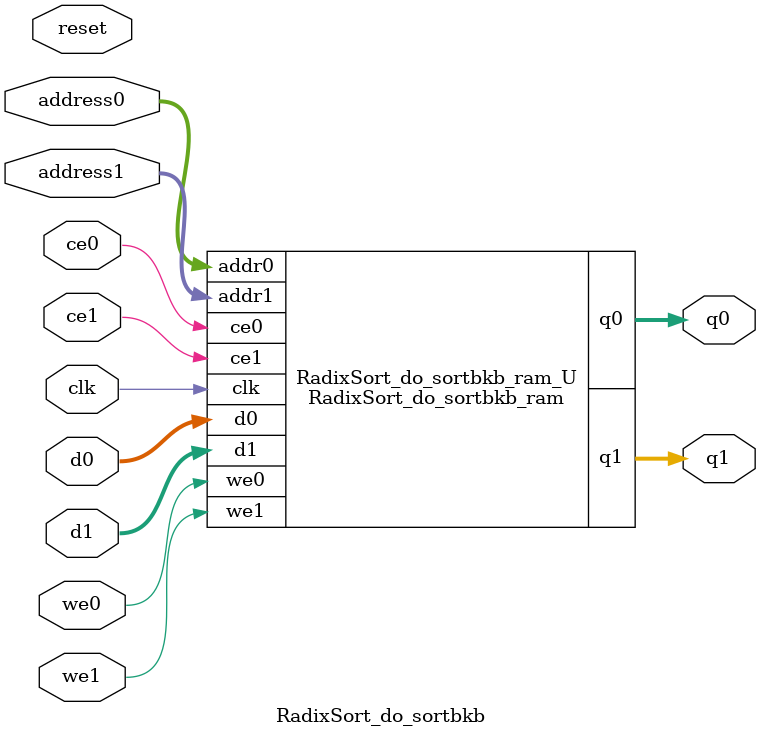
<source format=v>

`timescale 1 ns / 1 ps
module RadixSort_do_sortbkb_ram (addr0, ce0, d0, we0, q0, addr1, ce1, d1, we1, q1,  clk);

parameter DWIDTH = 16;
parameter AWIDTH = 8;
parameter MEM_SIZE = 256;

input[AWIDTH-1:0] addr0;
input ce0;
input[DWIDTH-1:0] d0;
input we0;
output reg[DWIDTH-1:0] q0;
input[AWIDTH-1:0] addr1;
input ce1;
input[DWIDTH-1:0] d1;
input we1;
output reg[DWIDTH-1:0] q1;
input clk;

(* ram_style = "block" *)reg [DWIDTH-1:0] ram[0:MEM_SIZE-1];




always @(posedge clk)  
begin 
    if (ce0) 
    begin
        if (we0) 
        begin 
            ram[addr0] <= d0; 
            q0 <= d0;
        end 
        else 
            q0 <= ram[addr0];
    end
end


always @(posedge clk)  
begin 
    if (ce1) 
    begin
        if (we1) 
        begin 
            ram[addr1] <= d1; 
            q1 <= d1;
        end 
        else 
            q1 <= ram[addr1];
    end
end


endmodule


`timescale 1 ns / 1 ps
module RadixSort_do_sortbkb(
    reset,
    clk,
    address0,
    ce0,
    we0,
    d0,
    q0,
    address1,
    ce1,
    we1,
    d1,
    q1);

parameter DataWidth = 32'd16;
parameter AddressRange = 32'd256;
parameter AddressWidth = 32'd8;
input reset;
input clk;
input[AddressWidth - 1:0] address0;
input ce0;
input we0;
input[DataWidth - 1:0] d0;
output[DataWidth - 1:0] q0;
input[AddressWidth - 1:0] address1;
input ce1;
input we1;
input[DataWidth - 1:0] d1;
output[DataWidth - 1:0] q1;



RadixSort_do_sortbkb_ram RadixSort_do_sortbkb_ram_U(
    .clk( clk ),
    .addr0( address0 ),
    .ce0( ce0 ),
    .we0( we0 ),
    .d0( d0 ),
    .q0( q0 ),
    .addr1( address1 ),
    .ce1( ce1 ),
    .we1( we1 ),
    .d1( d1 ),
    .q1( q1 ));

endmodule


</source>
